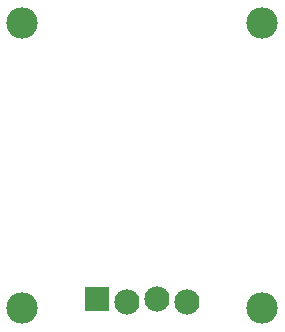
<source format=gbs>
%FSLAX23Y23*%
%MOIN*%
G04 EasyPC Gerber Version 15.0.4 Build 3016 *
%ADD88R,0.08400X0.08400*%
%ADD72C,0.08400*%
%ADD25C,0.10461*%
X0Y0D02*
D02*
D25*
X101Y99D03*
Y1049D03*
X901Y99D03*
Y1049D03*
D02*
D72*
X450Y120D03*
X550Y130D03*
X650Y120D03*
D02*
D88*
X350Y130D03*
X0Y0D02*
M02*

</source>
